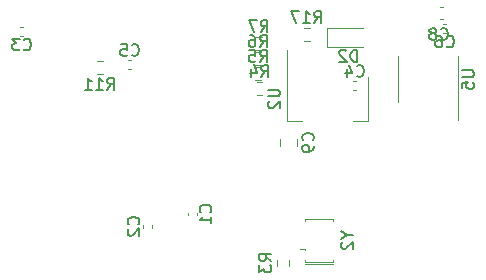
<source format=gbr>
%TF.GenerationSoftware,KiCad,Pcbnew,(5.1.7)-1*%
%TF.CreationDate,2020-10-24T02:10:46+09:00*%
%TF.ProjectId,canboard,63616e62-6f61-4726-942e-6b696361645f,rev?*%
%TF.SameCoordinates,Original*%
%TF.FileFunction,Legend,Bot*%
%TF.FilePolarity,Positive*%
%FSLAX46Y46*%
G04 Gerber Fmt 4.6, Leading zero omitted, Abs format (unit mm)*
G04 Created by KiCad (PCBNEW (5.1.7)-1) date 2020-10-24 02:10:46*
%MOMM*%
%LPD*%
G01*
G04 APERTURE LIST*
%ADD10C,0.120000*%
%ADD11C,0.150000*%
G04 APERTURE END LIST*
D10*
%TO.C,U5*%
X248051000Y-34290000D02*
X248051000Y-37740000D01*
X248051000Y-34290000D02*
X248051000Y-32340000D01*
X242931000Y-34290000D02*
X242931000Y-36240000D01*
X242931000Y-34290000D02*
X242931000Y-32340000D01*
%TO.C,Y2*%
X237420000Y-46136000D02*
X235420000Y-46136000D01*
X235420000Y-49736000D02*
X237420000Y-49736000D01*
X235020000Y-48686000D02*
X234620000Y-48686000D01*
X237420000Y-49936000D02*
X235420000Y-49936000D01*
X235420000Y-46136000D02*
X235020000Y-46136000D01*
X235420000Y-49736000D02*
X235020000Y-49736000D01*
X235420000Y-49936000D02*
X235020000Y-49936000D01*
X237420000Y-49736000D02*
X237420000Y-49586000D01*
X235020000Y-49736000D02*
X235020000Y-49586000D01*
X235020000Y-48686000D02*
X235020000Y-48736000D01*
X235020000Y-46136000D02*
X235020000Y-46286000D01*
X237420000Y-46136000D02*
X237420000Y-46286000D01*
%TO.C,U2*%
X233572000Y-31816000D02*
X233572000Y-37826000D01*
X240392000Y-34066000D02*
X240392000Y-37826000D01*
X233572000Y-37826000D02*
X234832000Y-37826000D01*
X240392000Y-37826000D02*
X239132000Y-37826000D01*
%TO.C,R17*%
X235441258Y-31002500D02*
X234966742Y-31002500D01*
X235441258Y-29957500D02*
X234966742Y-29957500D01*
%TO.C,R11*%
X217440742Y-32751500D02*
X217915258Y-32751500D01*
X217440742Y-33796500D02*
X217915258Y-33796500D01*
%TO.C,R7*%
X231377258Y-31764500D02*
X230902742Y-31764500D01*
X231377258Y-30719500D02*
X230902742Y-30719500D01*
%TO.C,R6*%
X231314258Y-33034500D02*
X230839742Y-33034500D01*
X231314258Y-31989500D02*
X230839742Y-31989500D01*
%TO.C,R5*%
X231314258Y-34304500D02*
X230839742Y-34304500D01*
X231314258Y-33259500D02*
X230839742Y-33259500D01*
%TO.C,R4*%
X231440258Y-35574500D02*
X230965742Y-35574500D01*
X231440258Y-34529500D02*
X230965742Y-34529500D01*
%TO.C,R3*%
X233694500Y-49609742D02*
X233694500Y-50084258D01*
X232649500Y-49609742D02*
X232649500Y-50084258D01*
%TO.C,D2*%
X236940000Y-31534000D02*
X239990000Y-31534000D01*
X236940000Y-29934000D02*
X236940000Y-31534000D01*
X239990000Y-29934000D02*
X236940000Y-29934000D01*
%TO.C,C9*%
X232945000Y-39885252D02*
X232945000Y-39362748D01*
X234415000Y-39885252D02*
X234415000Y-39362748D01*
%TO.C,C8*%
X246480420Y-28192000D02*
X246761580Y-28192000D01*
X246480420Y-29212000D02*
X246761580Y-29212000D01*
%TO.C,C6*%
X246780164Y-29612000D02*
X246995836Y-29612000D01*
X246780164Y-30332000D02*
X246995836Y-30332000D01*
%TO.C,C5*%
X220325836Y-33380000D02*
X220110164Y-33380000D01*
X220325836Y-32660000D02*
X220110164Y-32660000D01*
%TO.C,C4*%
X239375836Y-35158000D02*
X239160164Y-35158000D01*
X239375836Y-34438000D02*
X239160164Y-34438000D01*
%TO.C,C3*%
X210966164Y-29866000D02*
X211181836Y-29866000D01*
X210966164Y-30586000D02*
X211181836Y-30586000D01*
%TO.C,C2*%
X222102000Y-46628164D02*
X222102000Y-46843836D01*
X221382000Y-46628164D02*
X221382000Y-46843836D01*
%TO.C,C1*%
X225164000Y-45799836D02*
X225164000Y-45584164D01*
X225884000Y-45799836D02*
X225884000Y-45584164D01*
%TO.C,U5*%
D11*
X248343380Y-33528095D02*
X249152904Y-33528095D01*
X249248142Y-33575714D01*
X249295761Y-33623333D01*
X249343380Y-33718571D01*
X249343380Y-33909047D01*
X249295761Y-34004285D01*
X249248142Y-34051904D01*
X249152904Y-34099523D01*
X248343380Y-34099523D01*
X248343380Y-35051904D02*
X248343380Y-34575714D01*
X248819571Y-34528095D01*
X248771952Y-34575714D01*
X248724333Y-34670952D01*
X248724333Y-34909047D01*
X248771952Y-35004285D01*
X248819571Y-35051904D01*
X248914809Y-35099523D01*
X249152904Y-35099523D01*
X249248142Y-35051904D01*
X249295761Y-35004285D01*
X249343380Y-34909047D01*
X249343380Y-34670952D01*
X249295761Y-34575714D01*
X249248142Y-34528095D01*
%TO.C,Y2*%
X238646190Y-47459809D02*
X239122380Y-47459809D01*
X238122380Y-47126476D02*
X238646190Y-47459809D01*
X238122380Y-47793142D01*
X238217619Y-48078857D02*
X238170000Y-48126476D01*
X238122380Y-48221714D01*
X238122380Y-48459809D01*
X238170000Y-48555047D01*
X238217619Y-48602666D01*
X238312857Y-48650285D01*
X238408095Y-48650285D01*
X238550952Y-48602666D01*
X239122380Y-48031238D01*
X239122380Y-48650285D01*
%TO.C,U2*%
X231934380Y-35154095D02*
X232743904Y-35154095D01*
X232839142Y-35201714D01*
X232886761Y-35249333D01*
X232934380Y-35344571D01*
X232934380Y-35535047D01*
X232886761Y-35630285D01*
X232839142Y-35677904D01*
X232743904Y-35725523D01*
X231934380Y-35725523D01*
X232029619Y-36154095D02*
X231982000Y-36201714D01*
X231934380Y-36296952D01*
X231934380Y-36535047D01*
X231982000Y-36630285D01*
X232029619Y-36677904D01*
X232124857Y-36725523D01*
X232220095Y-36725523D01*
X232362952Y-36677904D01*
X232934380Y-36106476D01*
X232934380Y-36725523D01*
%TO.C,R17*%
X235846857Y-29502380D02*
X236180190Y-29026190D01*
X236418285Y-29502380D02*
X236418285Y-28502380D01*
X236037333Y-28502380D01*
X235942095Y-28550000D01*
X235894476Y-28597619D01*
X235846857Y-28692857D01*
X235846857Y-28835714D01*
X235894476Y-28930952D01*
X235942095Y-28978571D01*
X236037333Y-29026190D01*
X236418285Y-29026190D01*
X234894476Y-29502380D02*
X235465904Y-29502380D01*
X235180190Y-29502380D02*
X235180190Y-28502380D01*
X235275428Y-28645238D01*
X235370666Y-28740476D01*
X235465904Y-28788095D01*
X234561142Y-28502380D02*
X233894476Y-28502380D01*
X234323047Y-29502380D01*
%TO.C,R11*%
X218320857Y-35156380D02*
X218654190Y-34680190D01*
X218892285Y-35156380D02*
X218892285Y-34156380D01*
X218511333Y-34156380D01*
X218416095Y-34204000D01*
X218368476Y-34251619D01*
X218320857Y-34346857D01*
X218320857Y-34489714D01*
X218368476Y-34584952D01*
X218416095Y-34632571D01*
X218511333Y-34680190D01*
X218892285Y-34680190D01*
X217368476Y-35156380D02*
X217939904Y-35156380D01*
X217654190Y-35156380D02*
X217654190Y-34156380D01*
X217749428Y-34299238D01*
X217844666Y-34394476D01*
X217939904Y-34442095D01*
X216416095Y-35156380D02*
X216987523Y-35156380D01*
X216701809Y-35156380D02*
X216701809Y-34156380D01*
X216797047Y-34299238D01*
X216892285Y-34394476D01*
X216987523Y-34442095D01*
%TO.C,R7*%
X231306666Y-30264380D02*
X231640000Y-29788190D01*
X231878095Y-30264380D02*
X231878095Y-29264380D01*
X231497142Y-29264380D01*
X231401904Y-29312000D01*
X231354285Y-29359619D01*
X231306666Y-29454857D01*
X231306666Y-29597714D01*
X231354285Y-29692952D01*
X231401904Y-29740571D01*
X231497142Y-29788190D01*
X231878095Y-29788190D01*
X230973333Y-29264380D02*
X230306666Y-29264380D01*
X230735238Y-30264380D01*
%TO.C,R6*%
X231243666Y-31534380D02*
X231577000Y-31058190D01*
X231815095Y-31534380D02*
X231815095Y-30534380D01*
X231434142Y-30534380D01*
X231338904Y-30582000D01*
X231291285Y-30629619D01*
X231243666Y-30724857D01*
X231243666Y-30867714D01*
X231291285Y-30962952D01*
X231338904Y-31010571D01*
X231434142Y-31058190D01*
X231815095Y-31058190D01*
X230386523Y-30534380D02*
X230577000Y-30534380D01*
X230672238Y-30582000D01*
X230719857Y-30629619D01*
X230815095Y-30772476D01*
X230862714Y-30962952D01*
X230862714Y-31343904D01*
X230815095Y-31439142D01*
X230767476Y-31486761D01*
X230672238Y-31534380D01*
X230481761Y-31534380D01*
X230386523Y-31486761D01*
X230338904Y-31439142D01*
X230291285Y-31343904D01*
X230291285Y-31105809D01*
X230338904Y-31010571D01*
X230386523Y-30962952D01*
X230481761Y-30915333D01*
X230672238Y-30915333D01*
X230767476Y-30962952D01*
X230815095Y-31010571D01*
X230862714Y-31105809D01*
%TO.C,R5*%
X231243666Y-32804380D02*
X231577000Y-32328190D01*
X231815095Y-32804380D02*
X231815095Y-31804380D01*
X231434142Y-31804380D01*
X231338904Y-31852000D01*
X231291285Y-31899619D01*
X231243666Y-31994857D01*
X231243666Y-32137714D01*
X231291285Y-32232952D01*
X231338904Y-32280571D01*
X231434142Y-32328190D01*
X231815095Y-32328190D01*
X230338904Y-31804380D02*
X230815095Y-31804380D01*
X230862714Y-32280571D01*
X230815095Y-32232952D01*
X230719857Y-32185333D01*
X230481761Y-32185333D01*
X230386523Y-32232952D01*
X230338904Y-32280571D01*
X230291285Y-32375809D01*
X230291285Y-32613904D01*
X230338904Y-32709142D01*
X230386523Y-32756761D01*
X230481761Y-32804380D01*
X230719857Y-32804380D01*
X230815095Y-32756761D01*
X230862714Y-32709142D01*
%TO.C,R4*%
X231369666Y-34074380D02*
X231703000Y-33598190D01*
X231941095Y-34074380D02*
X231941095Y-33074380D01*
X231560142Y-33074380D01*
X231464904Y-33122000D01*
X231417285Y-33169619D01*
X231369666Y-33264857D01*
X231369666Y-33407714D01*
X231417285Y-33502952D01*
X231464904Y-33550571D01*
X231560142Y-33598190D01*
X231941095Y-33598190D01*
X230512523Y-33407714D02*
X230512523Y-34074380D01*
X230750619Y-33026761D02*
X230988714Y-33741047D01*
X230369666Y-33741047D01*
%TO.C,R3*%
X232194380Y-49680333D02*
X231718190Y-49347000D01*
X232194380Y-49108904D02*
X231194380Y-49108904D01*
X231194380Y-49489857D01*
X231242000Y-49585095D01*
X231289619Y-49632714D01*
X231384857Y-49680333D01*
X231527714Y-49680333D01*
X231622952Y-49632714D01*
X231670571Y-49585095D01*
X231718190Y-49489857D01*
X231718190Y-49108904D01*
X231194380Y-50013666D02*
X231194380Y-50632714D01*
X231575333Y-50299380D01*
X231575333Y-50442238D01*
X231622952Y-50537476D01*
X231670571Y-50585095D01*
X231765809Y-50632714D01*
X232003904Y-50632714D01*
X232099142Y-50585095D01*
X232146761Y-50537476D01*
X232194380Y-50442238D01*
X232194380Y-50156523D01*
X232146761Y-50061285D01*
X232099142Y-50013666D01*
%TO.C,D2*%
X239478095Y-32786380D02*
X239478095Y-31786380D01*
X239240000Y-31786380D01*
X239097142Y-31834000D01*
X239001904Y-31929238D01*
X238954285Y-32024476D01*
X238906666Y-32214952D01*
X238906666Y-32357809D01*
X238954285Y-32548285D01*
X239001904Y-32643523D01*
X239097142Y-32738761D01*
X239240000Y-32786380D01*
X239478095Y-32786380D01*
X238525714Y-31881619D02*
X238478095Y-31834000D01*
X238382857Y-31786380D01*
X238144761Y-31786380D01*
X238049523Y-31834000D01*
X238001904Y-31881619D01*
X237954285Y-31976857D01*
X237954285Y-32072095D01*
X238001904Y-32214952D01*
X238573333Y-32786380D01*
X237954285Y-32786380D01*
%TO.C,C9*%
X235717142Y-39457333D02*
X235764761Y-39409714D01*
X235812380Y-39266857D01*
X235812380Y-39171619D01*
X235764761Y-39028761D01*
X235669523Y-38933523D01*
X235574285Y-38885904D01*
X235383809Y-38838285D01*
X235240952Y-38838285D01*
X235050476Y-38885904D01*
X234955238Y-38933523D01*
X234860000Y-39028761D01*
X234812380Y-39171619D01*
X234812380Y-39266857D01*
X234860000Y-39409714D01*
X234907619Y-39457333D01*
X235812380Y-39933523D02*
X235812380Y-40124000D01*
X235764761Y-40219238D01*
X235717142Y-40266857D01*
X235574285Y-40362095D01*
X235383809Y-40409714D01*
X235002857Y-40409714D01*
X234907619Y-40362095D01*
X234860000Y-40314476D01*
X234812380Y-40219238D01*
X234812380Y-40028761D01*
X234860000Y-39933523D01*
X234907619Y-39885904D01*
X235002857Y-39838285D01*
X235240952Y-39838285D01*
X235336190Y-39885904D01*
X235383809Y-39933523D01*
X235431428Y-40028761D01*
X235431428Y-40219238D01*
X235383809Y-40314476D01*
X235336190Y-40362095D01*
X235240952Y-40409714D01*
%TO.C,C8*%
X246546666Y-30837142D02*
X246594285Y-30884761D01*
X246737142Y-30932380D01*
X246832380Y-30932380D01*
X246975238Y-30884761D01*
X247070476Y-30789523D01*
X247118095Y-30694285D01*
X247165714Y-30503809D01*
X247165714Y-30360952D01*
X247118095Y-30170476D01*
X247070476Y-30075238D01*
X246975238Y-29980000D01*
X246832380Y-29932380D01*
X246737142Y-29932380D01*
X246594285Y-29980000D01*
X246546666Y-30027619D01*
X245975238Y-30360952D02*
X246070476Y-30313333D01*
X246118095Y-30265714D01*
X246165714Y-30170476D01*
X246165714Y-30122857D01*
X246118095Y-30027619D01*
X246070476Y-29980000D01*
X245975238Y-29932380D01*
X245784761Y-29932380D01*
X245689523Y-29980000D01*
X245641904Y-30027619D01*
X245594285Y-30122857D01*
X245594285Y-30170476D01*
X245641904Y-30265714D01*
X245689523Y-30313333D01*
X245784761Y-30360952D01*
X245975238Y-30360952D01*
X246070476Y-30408571D01*
X246118095Y-30456190D01*
X246165714Y-30551428D01*
X246165714Y-30741904D01*
X246118095Y-30837142D01*
X246070476Y-30884761D01*
X245975238Y-30932380D01*
X245784761Y-30932380D01*
X245689523Y-30884761D01*
X245641904Y-30837142D01*
X245594285Y-30741904D01*
X245594285Y-30551428D01*
X245641904Y-30456190D01*
X245689523Y-30408571D01*
X245784761Y-30360952D01*
%TO.C,C6*%
X247054666Y-31489142D02*
X247102285Y-31536761D01*
X247245142Y-31584380D01*
X247340380Y-31584380D01*
X247483238Y-31536761D01*
X247578476Y-31441523D01*
X247626095Y-31346285D01*
X247673714Y-31155809D01*
X247673714Y-31012952D01*
X247626095Y-30822476D01*
X247578476Y-30727238D01*
X247483238Y-30632000D01*
X247340380Y-30584380D01*
X247245142Y-30584380D01*
X247102285Y-30632000D01*
X247054666Y-30679619D01*
X246197523Y-30584380D02*
X246388000Y-30584380D01*
X246483238Y-30632000D01*
X246530857Y-30679619D01*
X246626095Y-30822476D01*
X246673714Y-31012952D01*
X246673714Y-31393904D01*
X246626095Y-31489142D01*
X246578476Y-31536761D01*
X246483238Y-31584380D01*
X246292761Y-31584380D01*
X246197523Y-31536761D01*
X246149904Y-31489142D01*
X246102285Y-31393904D01*
X246102285Y-31155809D01*
X246149904Y-31060571D01*
X246197523Y-31012952D01*
X246292761Y-30965333D01*
X246483238Y-30965333D01*
X246578476Y-31012952D01*
X246626095Y-31060571D01*
X246673714Y-31155809D01*
%TO.C,C5*%
X220384666Y-32217142D02*
X220432285Y-32264761D01*
X220575142Y-32312380D01*
X220670380Y-32312380D01*
X220813238Y-32264761D01*
X220908476Y-32169523D01*
X220956095Y-32074285D01*
X221003714Y-31883809D01*
X221003714Y-31740952D01*
X220956095Y-31550476D01*
X220908476Y-31455238D01*
X220813238Y-31360000D01*
X220670380Y-31312380D01*
X220575142Y-31312380D01*
X220432285Y-31360000D01*
X220384666Y-31407619D01*
X219479904Y-31312380D02*
X219956095Y-31312380D01*
X220003714Y-31788571D01*
X219956095Y-31740952D01*
X219860857Y-31693333D01*
X219622761Y-31693333D01*
X219527523Y-31740952D01*
X219479904Y-31788571D01*
X219432285Y-31883809D01*
X219432285Y-32121904D01*
X219479904Y-32217142D01*
X219527523Y-32264761D01*
X219622761Y-32312380D01*
X219860857Y-32312380D01*
X219956095Y-32264761D01*
X220003714Y-32217142D01*
%TO.C,C4*%
X239434666Y-33995142D02*
X239482285Y-34042761D01*
X239625142Y-34090380D01*
X239720380Y-34090380D01*
X239863238Y-34042761D01*
X239958476Y-33947523D01*
X240006095Y-33852285D01*
X240053714Y-33661809D01*
X240053714Y-33518952D01*
X240006095Y-33328476D01*
X239958476Y-33233238D01*
X239863238Y-33138000D01*
X239720380Y-33090380D01*
X239625142Y-33090380D01*
X239482285Y-33138000D01*
X239434666Y-33185619D01*
X238577523Y-33423714D02*
X238577523Y-34090380D01*
X238815619Y-33042761D02*
X239053714Y-33757047D01*
X238434666Y-33757047D01*
%TO.C,C3*%
X211240666Y-31743142D02*
X211288285Y-31790761D01*
X211431142Y-31838380D01*
X211526380Y-31838380D01*
X211669238Y-31790761D01*
X211764476Y-31695523D01*
X211812095Y-31600285D01*
X211859714Y-31409809D01*
X211859714Y-31266952D01*
X211812095Y-31076476D01*
X211764476Y-30981238D01*
X211669238Y-30886000D01*
X211526380Y-30838380D01*
X211431142Y-30838380D01*
X211288285Y-30886000D01*
X211240666Y-30933619D01*
X210907333Y-30838380D02*
X210288285Y-30838380D01*
X210621619Y-31219333D01*
X210478761Y-31219333D01*
X210383523Y-31266952D01*
X210335904Y-31314571D01*
X210288285Y-31409809D01*
X210288285Y-31647904D01*
X210335904Y-31743142D01*
X210383523Y-31790761D01*
X210478761Y-31838380D01*
X210764476Y-31838380D01*
X210859714Y-31790761D01*
X210907333Y-31743142D01*
%TO.C,C2*%
X220939142Y-46569333D02*
X220986761Y-46521714D01*
X221034380Y-46378857D01*
X221034380Y-46283619D01*
X220986761Y-46140761D01*
X220891523Y-46045523D01*
X220796285Y-45997904D01*
X220605809Y-45950285D01*
X220462952Y-45950285D01*
X220272476Y-45997904D01*
X220177238Y-46045523D01*
X220082000Y-46140761D01*
X220034380Y-46283619D01*
X220034380Y-46378857D01*
X220082000Y-46521714D01*
X220129619Y-46569333D01*
X220129619Y-46950285D02*
X220082000Y-46997904D01*
X220034380Y-47093142D01*
X220034380Y-47331238D01*
X220082000Y-47426476D01*
X220129619Y-47474095D01*
X220224857Y-47521714D01*
X220320095Y-47521714D01*
X220462952Y-47474095D01*
X221034380Y-46902666D01*
X221034380Y-47521714D01*
%TO.C,C1*%
X227041142Y-45525333D02*
X227088761Y-45477714D01*
X227136380Y-45334857D01*
X227136380Y-45239619D01*
X227088761Y-45096761D01*
X226993523Y-45001523D01*
X226898285Y-44953904D01*
X226707809Y-44906285D01*
X226564952Y-44906285D01*
X226374476Y-44953904D01*
X226279238Y-45001523D01*
X226184000Y-45096761D01*
X226136380Y-45239619D01*
X226136380Y-45334857D01*
X226184000Y-45477714D01*
X226231619Y-45525333D01*
X227136380Y-46477714D02*
X227136380Y-45906285D01*
X227136380Y-46192000D02*
X226136380Y-46192000D01*
X226279238Y-46096761D01*
X226374476Y-46001523D01*
X226422095Y-45906285D01*
%TD*%
M02*

</source>
